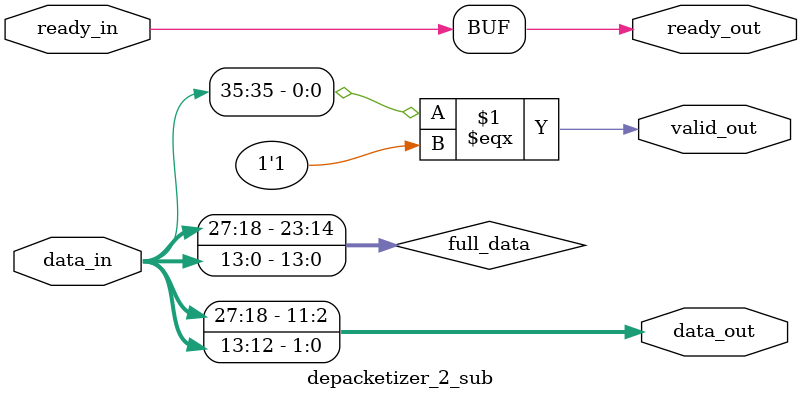
<source format=sv>
/*
 * function : take in packets and spit out data only (strip control)
 * author   : Mohamed S. Abdelfattah
 * date     : 3-SEPT-2014
 */

module depacketizer_2_sub
#(
	parameter WIDTH_PKT = 36,
	parameter WIDTH_DATA = 12,
	parameter VC_ADDRESS_WIDTH = 1,
	parameter ADDRESS_WIDTH = 4
)
(
	input [WIDTH_PKT-1:0] data_in,
	output                ready_out,
	
	output [WIDTH_DATA-1:0] data_out,
	output                  valid_out,
	input                   ready_in
);

localparam WIDTH_FLIT = WIDTH_PKT/2;
localparam DATA_POS_HEAD = WIDTH_PKT - 3 - VC_ADDRESS_WIDTH - ADDRESS_WIDTH - 1;
localparam DATA_POS_TAIL = WIDTH_PKT - WIDTH_FLIT - 3 - VC_ADDRESS_WIDTH - 1;

localparam WIDTH_DATA_IDL = WIDTH_PKT - 3*2 -2*VC_ADDRESS_WIDTH - ADDRESS_WIDTH;
localparam EXTRA_BITS = WIDTH_DATA_IDL - WIDTH_DATA;

localparam VALID_POS_HEAD = WIDTH_PKT - 1;

wire [WIDTH_DATA_IDL-1:0] full_data;


//------------------------------------------------------------------------
// Implementation
//------------------------------------------------------------------------

assign ready_out = ready_in;
assign valid_out = data_in[VALID_POS_HEAD]===1'b1; //need this because of X's


//here we need to strip all the control bits and concat data back together
assign full_data = {
		data_in[DATA_POS_HEAD : WIDTH_FLIT],
		data_in[DATA_POS_TAIL : 0]
};

assign data_out = full_data[WIDTH_DATA_IDL-1 -: WIDTH_DATA];


endmodule

</source>
